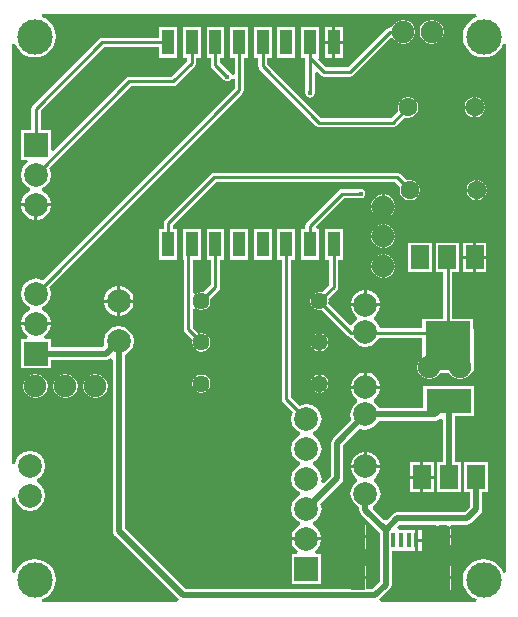
<source format=gtl>
G04*
G04 #@! TF.GenerationSoftware,Altium Limited,Altium Designer,19.0.4 (130)*
G04*
G04 Layer_Physical_Order=1*
G04 Layer_Color=255*
%FSLAX25Y25*%
%MOIN*%
G70*
G01*
G75*
%ADD11C,0.01000*%
%ADD12R,0.01575X0.05118*%
%ADD13R,0.03937X0.08268*%
%ADD14R,0.05900X0.07900*%
%ADD15R,0.15000X0.07900*%
%ADD29C,0.01968*%
%ADD30R,0.14961X0.13386*%
%ADD31C,0.07480*%
G04:AMPARAMS|DCode=32|XSize=78.74mil|YSize=47.24mil|CornerRadius=0mil|HoleSize=0mil|Usage=FLASHONLY|Rotation=270.000|XOffset=0mil|YOffset=0mil|HoleType=Round|Shape=RoundedRectangle|*
%AMROUNDEDRECTD32*
21,1,0.07874,0.04724,0,0,270.0*
21,1,0.07874,0.04724,0,0,270.0*
1,1,0.00000,-0.02362,-0.03937*
1,1,0.00000,-0.02362,0.03937*
1,1,0.00000,0.02362,0.03937*
1,1,0.00000,0.02362,-0.03937*
%
%ADD32ROUNDEDRECTD32*%
G04:AMPARAMS|DCode=33|XSize=78.74mil|YSize=47.24mil|CornerRadius=11.81mil|HoleSize=0mil|Usage=FLASHONLY|Rotation=270.000|XOffset=0mil|YOffset=0mil|HoleType=Round|Shape=RoundedRectangle|*
%AMROUNDEDRECTD33*
21,1,0.07874,0.02362,0,0,270.0*
21,1,0.05512,0.04724,0,0,270.0*
1,1,0.02362,-0.01181,-0.02756*
1,1,0.02362,-0.01181,0.02756*
1,1,0.02362,0.01181,0.02756*
1,1,0.02362,0.01181,-0.02756*
%
%ADD33ROUNDEDRECTD33*%
%ADD34R,0.07874X0.07874*%
%ADD35C,0.07874*%
%ADD36C,0.05709*%
%ADD37C,0.06299*%
%ADD38C,0.01575*%
%ADD39C,0.11811*%
G36*
X155127Y195476D02*
X153998Y195008D01*
X152555Y193901D01*
X151448Y192459D01*
X150752Y190779D01*
X150515Y188976D01*
X150752Y187174D01*
X151448Y185494D01*
X152555Y184051D01*
X153998Y182944D01*
X155678Y182249D01*
X157480Y182011D01*
X159283Y182249D01*
X160963Y182944D01*
X162405Y184051D01*
X163512Y185494D01*
X163980Y186623D01*
X164961Y186428D01*
Y10423D01*
X163980Y10228D01*
X163512Y11357D01*
X162405Y12799D01*
X160963Y13906D01*
X159283Y14602D01*
X157480Y14839D01*
X155678Y14602D01*
X153998Y13906D01*
X152555Y12799D01*
X151448Y11357D01*
X150752Y9677D01*
X150515Y7874D01*
X150752Y6071D01*
X151448Y4391D01*
X152555Y2949D01*
X153998Y1842D01*
X155127Y1374D01*
X154931Y394D01*
X123313D01*
X122690Y1325D01*
X126234Y4869D01*
X126234Y4869D01*
X126234Y4869D01*
X126672Y5525D01*
X126826Y6299D01*
Y17441D01*
X134539D01*
Y21000D01*
Y24559D01*
X129113D01*
X128730Y25483D01*
X129570Y26323D01*
X141542D01*
X142014Y25441D01*
X141814Y25143D01*
X141683Y24484D01*
Y22720D01*
X146505D01*
Y24484D01*
X146374Y25143D01*
X146175Y25441D01*
X146647Y26323D01*
X151969D01*
X152743Y26477D01*
X153399Y26916D01*
X156410Y29927D01*
X156849Y30583D01*
X157003Y31357D01*
Y37168D01*
X158930D01*
Y47068D01*
X151030D01*
Y37168D01*
X152956D01*
Y32195D01*
X151130Y30370D01*
X128732D01*
X127958Y30216D01*
X127302Y29777D01*
X125303Y27778D01*
X124303D01*
X120643Y31439D01*
X120741Y32434D01*
X121670Y33055D01*
X122761Y34688D01*
X123144Y36614D01*
X122761Y38541D01*
X121670Y40174D01*
X120969Y40642D01*
Y41642D01*
X121670Y42110D01*
X122761Y43743D01*
X123045Y45169D01*
X113176D01*
X113460Y43743D01*
X114551Y42110D01*
X115252Y41642D01*
Y40642D01*
X114551Y40174D01*
X113460Y38541D01*
X113076Y36614D01*
X113460Y34688D01*
X114551Y33055D01*
X116087Y32028D01*
X116087Y32028D01*
X116087Y31110D01*
X116087Y31110D01*
X116087D01*
X116241Y30336D01*
X116680Y29680D01*
X122780Y23579D01*
Y21000D01*
Y7137D01*
X120422Y4779D01*
X118126D01*
Y8059D01*
X113370D01*
Y4779D01*
X58106D01*
X37850Y25035D01*
Y82816D01*
X39386Y83842D01*
X40477Y85475D01*
X40861Y87402D01*
X40477Y89328D01*
X39386Y90961D01*
X37753Y92052D01*
X35827Y92435D01*
X33900Y92052D01*
X32267Y90961D01*
X31176Y89328D01*
X30793Y87402D01*
X31051Y86103D01*
X30417Y85330D01*
X13205D01*
Y88244D01*
X11299D01*
X11009Y89201D01*
X11827Y89748D01*
X12918Y91381D01*
X13202Y92807D01*
X3333D01*
X3617Y91381D01*
X4708Y89748D01*
X5526Y89201D01*
X5236Y88244D01*
X3331D01*
Y78370D01*
X13205D01*
Y81284D01*
X31732D01*
X32506Y81438D01*
X32922Y81715D01*
X33804Y81244D01*
Y24197D01*
X33804Y24197D01*
X33804D01*
X33958Y23423D01*
X34396Y22766D01*
X55837Y1325D01*
X55215Y394D01*
X10423D01*
X10228Y1374D01*
X11357Y1842D01*
X12799Y2949D01*
X13906Y4391D01*
X14602Y6071D01*
X14839Y7874D01*
X14602Y9677D01*
X13906Y11357D01*
X12799Y12799D01*
X11357Y13906D01*
X9677Y14602D01*
X7874Y14839D01*
X6071Y14602D01*
X4391Y13906D01*
X2949Y12799D01*
X1842Y11357D01*
X1374Y10228D01*
X394Y10423D01*
Y35227D01*
X1389Y35324D01*
X1649Y34018D01*
X2740Y32386D01*
X4373Y31294D01*
X6299Y30911D01*
X8225Y31294D01*
X9859Y32386D01*
X10950Y34018D01*
X11333Y35945D01*
X10950Y37871D01*
X9859Y39504D01*
X8510Y40405D01*
Y41405D01*
X9859Y42307D01*
X10950Y43940D01*
X11333Y45866D01*
X10950Y47793D01*
X9859Y49426D01*
X8225Y50517D01*
X6299Y50900D01*
X4373Y50517D01*
X2740Y49426D01*
X1649Y47793D01*
X1389Y46486D01*
X394Y46585D01*
Y186428D01*
X1374Y186623D01*
X1842Y185494D01*
X2949Y184051D01*
X4391Y182944D01*
X6071Y182249D01*
X7874Y182011D01*
X9677Y182249D01*
X11357Y182944D01*
X12799Y184051D01*
X13906Y185494D01*
X14602Y187174D01*
X14839Y188976D01*
X14602Y190779D01*
X13906Y192459D01*
X12799Y193901D01*
X11357Y195008D01*
X10228Y195476D01*
X10423Y196457D01*
X154931D01*
X155127Y195476D01*
D02*
G37*
%LPC*%
G36*
X110449Y192142D02*
X107980D01*
Y187508D01*
X110449D01*
Y192142D01*
D02*
G37*
G36*
X106980D02*
X104512D01*
Y187508D01*
X106980D01*
Y192142D01*
D02*
G37*
G36*
X140157Y194581D02*
X138615Y194275D01*
X137308Y193401D01*
X136434Y192094D01*
X136127Y190551D01*
X136434Y189009D01*
X137308Y187701D01*
X138615Y186828D01*
X140157Y186521D01*
X141700Y186828D01*
X143007Y187701D01*
X143881Y189009D01*
X144188Y190551D01*
X143881Y192094D01*
X143007Y193401D01*
X141700Y194275D01*
X140157Y194581D01*
D02*
G37*
G36*
X110449Y186508D02*
X107980D01*
Y181874D01*
X110449D01*
Y186508D01*
D02*
G37*
G36*
X106980D02*
X104512D01*
Y181874D01*
X106980D01*
Y186508D01*
D02*
G37*
G36*
X94701Y192142D02*
X88764D01*
Y181874D01*
X94701D01*
Y192142D01*
D02*
G37*
G36*
X63205D02*
X57268D01*
Y181874D01*
X58707D01*
Y180948D01*
X53303Y175545D01*
X39370D01*
X38785Y175429D01*
X38289Y175097D01*
X14129Y150937D01*
X13205Y151320D01*
Y157850D01*
X9797D01*
Y164327D01*
X30948Y185478D01*
X49394D01*
Y181874D01*
X55331D01*
Y192142D01*
X49394D01*
Y188537D01*
X30315D01*
X29730Y188421D01*
X29234Y188089D01*
X7186Y166042D01*
X6855Y165546D01*
X6738Y164961D01*
Y157850D01*
X3331D01*
Y147976D01*
X5236D01*
X5526Y147019D01*
X4708Y146473D01*
X3617Y144840D01*
X3234Y142913D01*
X3617Y140987D01*
X4708Y139354D01*
X6116Y138413D01*
Y137413D01*
X4708Y136473D01*
X3617Y134840D01*
X3333Y133413D01*
X13202D01*
X12918Y134840D01*
X11827Y136473D01*
X10419Y137413D01*
Y138413D01*
X11827Y139354D01*
X12918Y140987D01*
X13301Y142913D01*
X12918Y144840D01*
X12693Y145176D01*
X40004Y172486D01*
X53937D01*
X54522Y172603D01*
X55018Y172934D01*
X61318Y179234D01*
X61649Y179730D01*
X61668Y179827D01*
X61766Y180315D01*
Y181874D01*
X63205D01*
Y192142D01*
D02*
G37*
G36*
X130709Y194581D02*
X129166Y194275D01*
X127859Y193401D01*
X126985Y192094D01*
X126983Y192081D01*
X126378D01*
X125793Y191964D01*
X125296Y191633D01*
X112359Y178695D01*
X104964D01*
X102343Y181316D01*
X102575Y181874D01*
X102575D01*
X102575Y181874D01*
Y192142D01*
X96638D01*
Y181874D01*
X98077D01*
Y170079D01*
X98193Y169493D01*
X98525Y168997D01*
X99021Y168666D01*
X99606Y168549D01*
X100192Y168666D01*
X100688Y168997D01*
X101019Y169493D01*
X101136Y170079D01*
Y176891D01*
X102060Y177274D01*
X103249Y176084D01*
X103745Y175752D01*
X104331Y175636D01*
X112992D01*
X113577Y175752D01*
X114074Y176084D01*
X126433Y188444D01*
X127428Y188346D01*
X127859Y187701D01*
X129166Y186828D01*
X130709Y186521D01*
X132251Y186828D01*
X133558Y187701D01*
X134432Y189009D01*
X134739Y190551D01*
X134432Y192094D01*
X133558Y193401D01*
X132251Y194275D01*
X130709Y194581D01*
D02*
G37*
G36*
X78953Y192142D02*
X73016D01*
Y181874D01*
X74455D01*
Y176374D01*
X73460Y176176D01*
X73129Y176672D01*
X69640Y180161D01*
Y181874D01*
X71079D01*
Y192142D01*
X65142D01*
Y181874D01*
X66581D01*
Y179528D01*
X66581Y179528D01*
X66581D01*
X66697Y178942D01*
X67029Y178446D01*
X70966Y174509D01*
X71462Y174178D01*
X72047Y174061D01*
X72632Y174178D01*
X73129Y174509D01*
X73460Y175005D01*
X74455Y174807D01*
Y171657D01*
X10531Y107733D01*
X10194Y107958D01*
X8268Y108341D01*
X6341Y107958D01*
X4708Y106867D01*
X3617Y105233D01*
X3234Y103307D01*
X3617Y101381D01*
X4708Y99748D01*
X6116Y98807D01*
Y97807D01*
X4708Y96867D01*
X3617Y95233D01*
X3333Y93807D01*
X13202D01*
X12918Y95233D01*
X11827Y96867D01*
X10419Y97807D01*
Y98807D01*
X11827Y99748D01*
X12918Y101381D01*
X13301Y103307D01*
X12918Y105233D01*
X12693Y105570D01*
X77066Y169942D01*
X77397Y170438D01*
X77514Y171024D01*
Y181874D01*
X78953D01*
Y192142D01*
D02*
G37*
G36*
X155027Y168683D02*
Y165854D01*
X157856D01*
X157695Y166666D01*
X156952Y167778D01*
X155839Y168521D01*
X155027Y168683D01*
D02*
G37*
G36*
X154027D02*
X153216Y168521D01*
X152103Y167778D01*
X151360Y166666D01*
X151199Y165854D01*
X154027D01*
Y168683D01*
D02*
G37*
G36*
X157856Y164854D02*
X155027D01*
Y162026D01*
X155839Y162187D01*
X156952Y162930D01*
X157695Y164042D01*
X157856Y164854D01*
D02*
G37*
G36*
X154027D02*
X151199D01*
X151360Y164042D01*
X152103Y162930D01*
X153216Y162187D01*
X154027Y162026D01*
Y164854D01*
D02*
G37*
G36*
X86827Y192142D02*
X80890D01*
Y181874D01*
X82329D01*
Y179134D01*
X82329Y179134D01*
X82329D01*
X82445Y178549D01*
X82777Y178052D01*
X101674Y159155D01*
X102171Y158823D01*
X102756Y158707D01*
X127165D01*
X127751Y158823D01*
X128247Y159155D01*
X128247Y159155D01*
X128247Y159155D01*
X131228Y162136D01*
X132283Y161926D01*
X133595Y162187D01*
X134707Y162930D01*
X135451Y164042D01*
X135712Y165354D01*
X135451Y166666D01*
X134707Y167778D01*
X133595Y168521D01*
X132283Y168782D01*
X130972Y168521D01*
X129859Y167778D01*
X129116Y166666D01*
X128855Y165354D01*
X129065Y164299D01*
X126532Y161766D01*
X103389D01*
X85388Y179767D01*
Y181874D01*
X86827D01*
Y192142D01*
D02*
G37*
G36*
X155618Y141124D02*
Y138295D01*
X158447D01*
X158285Y139107D01*
X157542Y140219D01*
X156430Y140962D01*
X155618Y141124D01*
D02*
G37*
G36*
X154618D02*
X153806Y140962D01*
X152694Y140219D01*
X151951Y139107D01*
X151789Y138295D01*
X154618D01*
Y141124D01*
D02*
G37*
G36*
X158447Y137295D02*
X155618D01*
Y134467D01*
X156430Y134628D01*
X157542Y135371D01*
X158285Y136483D01*
X158447Y137295D01*
D02*
G37*
G36*
X154618D02*
X151789D01*
X151951Y136483D01*
X152694Y135371D01*
X153806Y134628D01*
X154618Y134467D01*
Y137295D01*
D02*
G37*
G36*
X128543Y143655D02*
X67716D01*
X67131Y143539D01*
X66635Y143207D01*
X51281Y127853D01*
X50949Y127357D01*
X50833Y126772D01*
Y124819D01*
X49394D01*
Y114551D01*
X55331D01*
Y124819D01*
X53892D01*
Y126138D01*
X68350Y140597D01*
X127910D01*
X129656Y138851D01*
X129446Y137795D01*
X129707Y136483D01*
X130450Y135371D01*
X131562Y134628D01*
X132874Y134367D01*
X134186Y134628D01*
X135298Y135371D01*
X136041Y136483D01*
X136302Y137795D01*
X136041Y139107D01*
X135298Y140219D01*
X134186Y140962D01*
X132874Y141223D01*
X131819Y141013D01*
X129625Y143207D01*
X129129Y143539D01*
X128543Y143655D01*
D02*
G37*
G36*
X124516Y136372D02*
Y132941D01*
X127946D01*
X127739Y133983D01*
X126865Y135291D01*
X125558Y136164D01*
X124516Y136372D01*
D02*
G37*
G36*
X123516D02*
X122474Y136164D01*
X121166Y135291D01*
X120292Y133983D01*
X120085Y132941D01*
X123516D01*
Y136372D01*
D02*
G37*
G36*
X127946Y131941D02*
X124516D01*
Y128510D01*
X125558Y128718D01*
X126865Y129591D01*
X127739Y130899D01*
X127946Y131941D01*
D02*
G37*
G36*
X123516D02*
X120085D01*
X120292Y130899D01*
X121166Y129591D01*
X122474Y128718D01*
X123516Y128510D01*
Y131941D01*
D02*
G37*
G36*
X13202Y132413D02*
X8768D01*
Y127979D01*
X10194Y128263D01*
X11827Y129354D01*
X12918Y130987D01*
X13202Y132413D01*
D02*
G37*
G36*
X7768D02*
X3333D01*
X3617Y130987D01*
X4708Y129354D01*
X6341Y128263D01*
X7768Y127979D01*
Y132413D01*
D02*
G37*
G36*
X124516Y126372D02*
Y122941D01*
X127946D01*
X127739Y123983D01*
X126865Y125291D01*
X125558Y126164D01*
X124516Y126372D01*
D02*
G37*
G36*
X123516D02*
X122474Y126164D01*
X121166Y125291D01*
X120292Y123983D01*
X120085Y122941D01*
X123516D01*
Y126372D01*
D02*
G37*
G36*
X127946Y121941D02*
X124516D01*
Y118510D01*
X125558Y118718D01*
X126865Y119591D01*
X127739Y120899D01*
X127946Y121941D01*
D02*
G37*
G36*
X123516D02*
X120085D01*
X120292Y120899D01*
X121166Y119591D01*
X122474Y118718D01*
X123516Y118510D01*
Y121941D01*
D02*
G37*
G36*
X158419Y120312D02*
X154969D01*
Y115862D01*
X158419D01*
Y120312D01*
D02*
G37*
G36*
X153969D02*
X150519D01*
Y115862D01*
X153969D01*
Y120312D01*
D02*
G37*
G36*
X116535Y138144D02*
X110236D01*
X109651Y138027D01*
X109155Y137696D01*
X98525Y127066D01*
X98193Y126569D01*
X98077Y125984D01*
Y124819D01*
X96638D01*
Y114551D01*
X102575D01*
Y124819D01*
X101910D01*
X101528Y125743D01*
X110870Y135085D01*
X116535D01*
X117121Y135201D01*
X117617Y135533D01*
X117948Y136029D01*
X118065Y136614D01*
X117948Y137199D01*
X117617Y137696D01*
X117121Y138027D01*
X116535Y138144D01*
D02*
G37*
G36*
X86827Y124819D02*
X80890D01*
Y114551D01*
X86827D01*
Y124819D01*
D02*
G37*
G36*
X78953D02*
X73016D01*
Y114551D01*
X78953D01*
Y124819D01*
D02*
G37*
G36*
X124516Y116372D02*
Y112941D01*
X127946D01*
X127739Y113983D01*
X126865Y115291D01*
X125558Y116164D01*
X124516Y116372D01*
D02*
G37*
G36*
X123516D02*
X122474Y116164D01*
X121166Y115291D01*
X120292Y113983D01*
X120085Y112941D01*
X123516D01*
Y116372D01*
D02*
G37*
G36*
X158419Y114862D02*
X154969D01*
Y110412D01*
X158419D01*
Y114862D01*
D02*
G37*
G36*
X153969D02*
X150519D01*
Y110412D01*
X153969D01*
Y114862D01*
D02*
G37*
G36*
X140309Y120312D02*
X132409D01*
Y110412D01*
X140309D01*
Y120312D01*
D02*
G37*
G36*
X127946Y111941D02*
X124516D01*
Y108510D01*
X125558Y108718D01*
X126865Y109591D01*
X127739Y110899D01*
X127946Y111941D01*
D02*
G37*
G36*
X123516D02*
X120085D01*
X120292Y110899D01*
X121166Y109591D01*
X122474Y108718D01*
X123516Y108510D01*
Y111941D01*
D02*
G37*
G36*
X110449Y124819D02*
X104512D01*
Y114551D01*
X105951D01*
Y106145D01*
X103476Y103671D01*
X102756Y103814D01*
X101598Y103584D01*
X100616Y102928D01*
X99960Y101946D01*
X99729Y100787D01*
X99960Y99629D01*
X100616Y98647D01*
X101598Y97991D01*
X102756Y97761D01*
X103476Y97904D01*
X112304Y89076D01*
X112801Y88744D01*
X113386Y88628D01*
X113459D01*
X113460Y88625D01*
X114551Y86992D01*
X116184Y85901D01*
X118110Y85517D01*
X120037Y85901D01*
X121670Y86992D01*
X122761Y88625D01*
X122761Y88628D01*
X136981D01*
Y85058D01*
X137107D01*
Y81982D01*
X136520Y81590D01*
X135647Y80282D01*
X135340Y78740D01*
X135647Y77198D01*
X136520Y75890D01*
X137828Y75017D01*
X139370Y74710D01*
X140912Y75017D01*
X142220Y75890D01*
X142875Y76870D01*
X146102D01*
X146756Y75890D01*
X148064Y75017D01*
X149606Y74710D01*
X151149Y75017D01*
X152456Y75890D01*
X153111Y76870D01*
X153150D01*
X153915Y77187D01*
X154232Y77953D01*
Y91339D01*
X153981Y91944D01*
Y94958D01*
X147011D01*
Y110412D01*
X149364D01*
Y120312D01*
X141464D01*
Y110412D01*
X143952D01*
Y94958D01*
X136981D01*
Y91687D01*
X122918D01*
X122761Y92478D01*
X121670Y94111D01*
X120969Y94579D01*
Y95579D01*
X121670Y96047D01*
X122761Y97680D01*
X123045Y99106D01*
X113176D01*
X113460Y97680D01*
X114551Y96047D01*
X115252Y95579D01*
Y94579D01*
X114551Y94111D01*
X113805Y92994D01*
X112810Y92896D01*
X105639Y100067D01*
X105783Y100787D01*
X105639Y101508D01*
X108562Y104430D01*
X108893Y104927D01*
X108913Y105024D01*
X109010Y105512D01*
Y114551D01*
X110449D01*
Y124819D01*
D02*
G37*
G36*
X71079D02*
X65142D01*
Y114551D01*
X66581D01*
Y106145D01*
X64106Y103671D01*
X63386Y103814D01*
X62228Y103584D01*
X61466Y103075D01*
X60584Y103547D01*
Y114551D01*
X63205D01*
Y124819D01*
X57268D01*
Y114551D01*
X57526D01*
Y91339D01*
X57526Y91339D01*
X57526D01*
X57642Y90753D01*
X57974Y90257D01*
X60502Y87728D01*
X60359Y87008D01*
X60589Y85850D01*
X61246Y84868D01*
X62228Y84212D01*
X63386Y83981D01*
X64544Y84212D01*
X65526Y84868D01*
X66182Y85850D01*
X66413Y87008D01*
X66182Y88166D01*
X65526Y89148D01*
X64544Y89804D01*
X63386Y90035D01*
X62665Y89891D01*
X60584Y91972D01*
Y98028D01*
X61466Y98500D01*
X62228Y97991D01*
X63386Y97761D01*
X64544Y97991D01*
X65526Y98647D01*
X66182Y99629D01*
X66413Y100787D01*
X66269Y101508D01*
X69192Y104430D01*
X69523Y104927D01*
X69542Y105024D01*
X69640Y105512D01*
Y114551D01*
X71079D01*
Y124819D01*
D02*
G37*
G36*
X36327Y105722D02*
Y101287D01*
X40761D01*
X40477Y102714D01*
X39386Y104347D01*
X37753Y105438D01*
X36327Y105722D01*
D02*
G37*
G36*
X35327D02*
X33900Y105438D01*
X32267Y104347D01*
X31176Y102714D01*
X30893Y101287D01*
X35327D01*
Y105722D01*
D02*
G37*
G36*
X118610Y104541D02*
Y100106D01*
X123045D01*
X122761Y101533D01*
X121670Y103166D01*
X120037Y104257D01*
X118610Y104541D01*
D02*
G37*
G36*
X117610D02*
X116184Y104257D01*
X114551Y103166D01*
X113460Y101533D01*
X113176Y100106D01*
X117610D01*
Y104541D01*
D02*
G37*
G36*
X40761Y100287D02*
X36327D01*
Y95853D01*
X37753Y96137D01*
X39386Y97228D01*
X40477Y98861D01*
X40761Y100287D01*
D02*
G37*
G36*
X35327D02*
X30893D01*
X31176Y98861D01*
X32267Y97228D01*
X33900Y96137D01*
X35327Y95853D01*
Y100287D01*
D02*
G37*
G36*
X103256Y89935D02*
Y87508D01*
X105683D01*
X105552Y88166D01*
X104896Y89148D01*
X103914Y89804D01*
X103256Y89935D01*
D02*
G37*
G36*
X102256D02*
X101598Y89804D01*
X100616Y89148D01*
X99960Y88166D01*
X99829Y87508D01*
X102256D01*
Y89935D01*
D02*
G37*
G36*
X105683Y86508D02*
X103256D01*
Y84081D01*
X103914Y84212D01*
X104896Y84868D01*
X105552Y85850D01*
X105683Y86508D01*
D02*
G37*
G36*
X102256D02*
X99829D01*
X99960Y85850D01*
X100616Y84868D01*
X101598Y84212D01*
X102256Y84081D01*
Y86508D01*
D02*
G37*
G36*
X103256Y76156D02*
Y73728D01*
X105683D01*
X105552Y74387D01*
X104896Y75368D01*
X103914Y76025D01*
X103256Y76156D01*
D02*
G37*
G36*
X102256D02*
X101598Y76025D01*
X100616Y75368D01*
X99960Y74387D01*
X99829Y73728D01*
X102256D01*
Y76156D01*
D02*
G37*
G36*
X118610Y76982D02*
Y72547D01*
X123045D01*
X122761Y73974D01*
X121670Y75607D01*
X120037Y76698D01*
X118610Y76982D01*
D02*
G37*
G36*
X117610D02*
X116184Y76698D01*
X114551Y75607D01*
X113460Y73974D01*
X113176Y72547D01*
X117610D01*
Y76982D01*
D02*
G37*
G36*
X105683Y72728D02*
X103256D01*
Y70301D01*
X103914Y70432D01*
X104896Y71088D01*
X105552Y72070D01*
X105683Y72728D01*
D02*
G37*
G36*
X102256D02*
X99829D01*
X99960Y72070D01*
X100616Y71088D01*
X101598Y70432D01*
X102256Y70301D01*
Y72728D01*
D02*
G37*
G36*
X63386Y76255D02*
X62228Y76025D01*
X61246Y75368D01*
X60589Y74387D01*
X60359Y73228D01*
X60589Y72070D01*
X61246Y71088D01*
X62228Y70432D01*
X63386Y70202D01*
X64544Y70432D01*
X65526Y71088D01*
X66182Y72070D01*
X66413Y73228D01*
X66182Y74387D01*
X65526Y75368D01*
X64544Y76025D01*
X63386Y76255D01*
D02*
G37*
G36*
X28110Y76471D02*
X26568Y76164D01*
X25260Y75291D01*
X24387Y73983D01*
X24080Y72441D01*
X24387Y70899D01*
X25260Y69591D01*
X26568Y68717D01*
X28110Y68411D01*
X29653Y68717D01*
X30960Y69591D01*
X31834Y70899D01*
X32140Y72441D01*
X31834Y73983D01*
X30960Y75291D01*
X29653Y76164D01*
X28110Y76471D01*
D02*
G37*
G36*
X18110D02*
X16568Y76164D01*
X15260Y75291D01*
X14387Y73983D01*
X14080Y72441D01*
X14387Y70899D01*
X15260Y69591D01*
X16568Y68717D01*
X18110Y68411D01*
X19652Y68717D01*
X20960Y69591D01*
X21834Y70899D01*
X22140Y72441D01*
X21834Y73983D01*
X20960Y75291D01*
X19652Y76164D01*
X18110Y76471D01*
D02*
G37*
G36*
X8110D02*
X6568Y76164D01*
X5260Y75291D01*
X4387Y73983D01*
X4080Y72441D01*
X4387Y70899D01*
X5260Y69591D01*
X6568Y68717D01*
X8110Y68411D01*
X9652Y68717D01*
X10960Y69591D01*
X11834Y70899D01*
X12140Y72441D01*
X11834Y73983D01*
X10960Y75291D01*
X9652Y76164D01*
X8110Y76471D01*
D02*
G37*
G36*
X118610Y50604D02*
Y46169D01*
X123045D01*
X122761Y47596D01*
X121670Y49229D01*
X120037Y50320D01*
X118610Y50604D01*
D02*
G37*
G36*
X117610D02*
X116184Y50320D01*
X114551Y49229D01*
X113460Y47596D01*
X113176Y46169D01*
X117610D01*
Y50604D01*
D02*
G37*
G36*
X140819Y47068D02*
X137369D01*
Y42618D01*
X140819D01*
Y47068D01*
D02*
G37*
G36*
X136369D02*
X132919D01*
Y42618D01*
X136369D01*
Y47068D01*
D02*
G37*
G36*
X94701Y124819D02*
X88764D01*
Y114551D01*
X90203D01*
Y68189D01*
X90203Y68189D01*
X90203D01*
X90319Y67604D01*
X90651Y67107D01*
X93999Y63759D01*
X93775Y63422D01*
X93392Y61496D01*
X93775Y59570D01*
X94866Y57937D01*
X96273Y56996D01*
Y55996D01*
X94866Y55055D01*
X93775Y53422D01*
X93392Y51496D01*
X93775Y49570D01*
X94866Y47937D01*
X96273Y46996D01*
Y45996D01*
X94866Y45055D01*
X93775Y43422D01*
X93392Y41496D01*
X93775Y39570D01*
X94866Y37937D01*
X96273Y36996D01*
Y35996D01*
X94866Y35055D01*
X93775Y33422D01*
X93392Y31496D01*
X93775Y29570D01*
X94866Y27937D01*
X96273Y26996D01*
Y25996D01*
X94866Y25055D01*
X93775Y23422D01*
X93491Y21996D01*
X103359D01*
X103076Y23422D01*
X101985Y25055D01*
X100577Y25996D01*
Y26996D01*
X101985Y27937D01*
X103076Y29570D01*
X103459Y31496D01*
X103098Y33308D01*
X110092Y40302D01*
X110530Y40958D01*
X110685Y41732D01*
X110685Y41732D01*
X110685Y41732D01*
Y41732D01*
Y52705D01*
X116298Y58319D01*
X118110Y57958D01*
X120037Y58342D01*
X121670Y59433D01*
X122696Y60969D01*
X141377D01*
X142151Y61123D01*
X142808Y61562D01*
X142911Y61664D01*
X143834Y61282D01*
Y47068D01*
X141974D01*
Y37168D01*
X149874D01*
Y47068D01*
X147881D01*
Y62523D01*
X154358D01*
Y72422D01*
X137357D01*
Y65015D01*
X122696D01*
X121670Y66552D01*
X120969Y67020D01*
Y68020D01*
X121670Y68488D01*
X122761Y70121D01*
X123045Y71547D01*
X113176D01*
X113460Y70121D01*
X114551Y68488D01*
X115252Y68020D01*
Y67020D01*
X114551Y66552D01*
X113460Y64919D01*
X113076Y62992D01*
X113437Y61180D01*
X107231Y54974D01*
X106792Y54317D01*
X106638Y53543D01*
Y42570D01*
X104154Y40086D01*
X103272Y40558D01*
X103459Y41496D01*
X103076Y43422D01*
X101985Y45055D01*
X100577Y45996D01*
Y46996D01*
X101985Y47937D01*
X103076Y49570D01*
X103459Y51496D01*
X103076Y53422D01*
X101985Y55055D01*
X100577Y55996D01*
Y56996D01*
X101985Y57937D01*
X103076Y59570D01*
X103459Y61496D01*
X103076Y63422D01*
X101985Y65055D01*
X100352Y66147D01*
X98425Y66530D01*
X96499Y66147D01*
X96162Y65922D01*
X93262Y68822D01*
Y114551D01*
X94701D01*
Y124819D01*
D02*
G37*
G36*
X140819Y41618D02*
X137369D01*
Y37168D01*
X140819D01*
Y41618D01*
D02*
G37*
G36*
X136369D02*
X132919D01*
Y37168D01*
X136369D01*
Y41618D01*
D02*
G37*
G36*
X118126Y26173D02*
X116248D01*
Y22720D01*
X118126D01*
Y26173D01*
D02*
G37*
G36*
X115248D02*
X113370D01*
Y22720D01*
X115248D01*
Y26173D01*
D02*
G37*
G36*
X136827Y24559D02*
X135539D01*
Y21500D01*
X136827D01*
Y24559D01*
D02*
G37*
G36*
X118126Y21721D02*
X116248D01*
Y18268D01*
X118126D01*
Y21721D01*
D02*
G37*
G36*
X115248D02*
X113370D01*
Y18268D01*
X115248D01*
Y21721D01*
D02*
G37*
G36*
X146505D02*
X144595D01*
Y18235D01*
X144783D01*
X145442Y18366D01*
X146001Y18739D01*
X146374Y19298D01*
X146505Y19957D01*
Y21721D01*
D02*
G37*
G36*
X143595D02*
X141683D01*
Y19957D01*
X141814Y19298D01*
X142188Y18739D01*
X142746Y18366D01*
X143405Y18235D01*
X143595D01*
Y21721D01*
D02*
G37*
G36*
X136827Y20500D02*
X135539D01*
Y17441D01*
X136827D01*
Y20500D01*
D02*
G37*
G36*
X146472Y12512D02*
X144595D01*
Y9059D01*
X146472D01*
Y12512D01*
D02*
G37*
G36*
X143595D02*
X141717D01*
Y9059D01*
X143595D01*
Y12512D01*
D02*
G37*
G36*
X118126D02*
X116248D01*
Y9059D01*
X118126D01*
Y12512D01*
D02*
G37*
G36*
X115248D02*
X113370D01*
Y9059D01*
X115248D01*
Y12512D01*
D02*
G37*
G36*
X103359Y20996D02*
X93491D01*
X93775Y19570D01*
X94866Y17937D01*
X95684Y17390D01*
X95394Y16433D01*
X93488D01*
Y6559D01*
X103362D01*
Y16433D01*
X101457D01*
X101166Y17390D01*
X101985Y17937D01*
X103076Y19570D01*
X103359Y20996D01*
D02*
G37*
G36*
X146472Y8059D02*
X144595D01*
Y4606D01*
X146472D01*
Y8059D01*
D02*
G37*
G36*
X143595D02*
X141717D01*
Y4606D01*
X143595D01*
Y8059D01*
D02*
G37*
%LPD*%
D11*
X149606Y78740D02*
Y85883D01*
X139370Y78740D02*
X149606D01*
X99606Y125984D02*
X110236Y136614D01*
X112992Y177165D02*
X126378Y190551D01*
X99606Y170079D02*
Y181890D01*
X104331Y177165D02*
X112992D01*
X68110Y179528D02*
X72047Y175591D01*
X110236Y136614D02*
X116535D01*
X99606Y119685D02*
Y125984D01*
Y181890D02*
Y187008D01*
X68110Y179528D02*
Y187008D01*
X126378Y190551D02*
X130709D01*
X99606Y181890D02*
X104331Y177165D01*
X30315Y187008D02*
X52362D01*
X8268Y164961D02*
X30315Y187008D01*
X8268Y152913D02*
Y164961D01*
Y142913D02*
X39370Y174016D01*
X53937D01*
X60236Y180315D01*
Y187008D01*
X75984Y171024D02*
Y187008D01*
X8268Y103307D02*
X75984Y171024D01*
X83858Y179134D02*
Y187008D01*
X63386Y100787D02*
X68110Y105512D01*
Y119685D01*
X59055Y118504D02*
X60236Y119685D01*
X59055Y91339D02*
Y118504D01*
Y91339D02*
X63386Y87008D01*
X91732Y68189D02*
Y119685D01*
Y68189D02*
X98425Y61496D01*
X52362Y119685D02*
Y126772D01*
X145481Y90008D02*
Y115295D01*
X145331Y90158D02*
X145481Y90008D01*
X118110Y90158D02*
X145331D01*
X113386D02*
X118110D01*
X102756Y100787D02*
X113386Y90158D01*
X102756Y100787D02*
X107480Y105512D01*
Y119685D01*
X145481Y90008D02*
X149606Y85883D01*
X83858Y179134D02*
X102756Y160236D01*
X127165D01*
X132283Y165354D01*
X52362Y126772D02*
X67716Y142126D01*
X128543D01*
X132874Y137795D01*
D12*
X124803Y21000D02*
D03*
X127362D02*
D03*
X129921D02*
D03*
X132480D02*
D03*
X135039D02*
D03*
D13*
X52362Y187008D02*
D03*
X60236D02*
D03*
X68110D02*
D03*
X75984D02*
D03*
X83858D02*
D03*
X91732D02*
D03*
X99606D02*
D03*
X107480D02*
D03*
Y119685D02*
D03*
X99606D02*
D03*
X91732D02*
D03*
X83858D02*
D03*
X75984D02*
D03*
X68110D02*
D03*
X60236D02*
D03*
X52362D02*
D03*
D14*
X145924Y42118D02*
D03*
X136869D02*
D03*
X154980D02*
D03*
X145414Y115362D02*
D03*
X154469D02*
D03*
X136359D02*
D03*
D15*
X145858Y67472D02*
D03*
X145481Y90008D02*
D03*
D29*
X35827Y24197D02*
Y87402D01*
Y24197D02*
X57268Y2756D01*
X8268Y83307D02*
X31732D01*
X35827Y87402D01*
X57268Y2756D02*
X121260D01*
X124803Y6299D01*
X145858Y42185D02*
Y67472D01*
X141377Y62992D02*
X145858Y67472D01*
X118110Y62992D02*
X141377D01*
X108661Y53543D02*
X118110Y62992D01*
X108661Y41732D02*
Y53543D01*
X98425Y31496D02*
X108661Y41732D01*
X128732Y28346D02*
X151969D01*
X154980Y31357D01*
Y42118D01*
X124803Y24417D02*
X128732Y28346D01*
X124803Y21000D02*
Y24417D01*
Y6299D02*
Y21000D01*
X118110Y31110D02*
Y36614D01*
Y31110D02*
X124803Y24417D01*
D30*
X145669Y84646D02*
D03*
D31*
X140157Y190551D02*
D03*
X130709D02*
D03*
X149606Y78740D02*
D03*
X139370D02*
D03*
X124016Y132283D02*
D03*
Y122441D02*
D03*
Y112441D02*
D03*
X28110Y72441D02*
D03*
X18110D02*
D03*
X8110D02*
D03*
D32*
X115748Y22220D02*
D03*
X144095Y8559D02*
D03*
X115748D02*
D03*
D33*
X144095Y22220D02*
D03*
D34*
X98425Y11496D02*
D03*
X8268Y83307D02*
D03*
Y152913D02*
D03*
D35*
X98425Y21496D02*
D03*
Y31496D02*
D03*
Y41496D02*
D03*
Y51496D02*
D03*
Y61496D02*
D03*
X8268Y103307D02*
D03*
Y93307D02*
D03*
Y132913D02*
D03*
Y142913D02*
D03*
X35827Y87402D02*
D03*
Y100787D02*
D03*
X118110Y45669D02*
D03*
Y36614D02*
D03*
Y62992D02*
D03*
Y72047D02*
D03*
Y99606D02*
D03*
Y90551D02*
D03*
X6299Y45866D02*
D03*
Y35945D02*
D03*
D36*
X102756Y100787D02*
D03*
X63386D02*
D03*
X102756Y73228D02*
D03*
X63386D02*
D03*
X102756Y87008D02*
D03*
X63386D02*
D03*
D37*
X132874Y137795D02*
D03*
X155118D02*
D03*
X154527Y165354D02*
D03*
X132283D02*
D03*
D38*
X134252Y118898D02*
D03*
X116535Y136614D02*
D03*
X99606Y170079D02*
D03*
X72047Y175591D02*
D03*
D39*
X7874Y188976D02*
D03*
X157480Y7874D02*
D03*
Y188976D02*
D03*
X7874Y7874D02*
D03*
M02*

</source>
